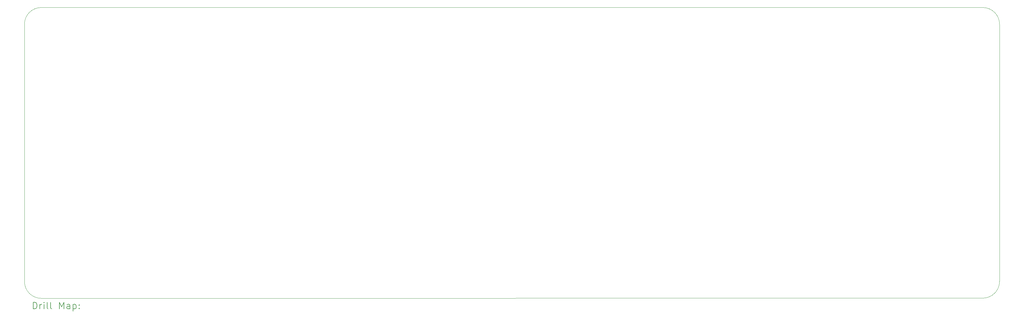
<source format=gbr>
%TF.GenerationSoftware,KiCad,Pcbnew,8.0.4*%
%TF.CreationDate,2024-10-07T12:43:49-04:00*%
%TF.ProjectId,Signal_Processing_Board,5369676e-616c-45f5-9072-6f6365737369,rev?*%
%TF.SameCoordinates,Original*%
%TF.FileFunction,Drillmap*%
%TF.FilePolarity,Positive*%
%FSLAX45Y45*%
G04 Gerber Fmt 4.5, Leading zero omitted, Abs format (unit mm)*
G04 Created by KiCad (PCBNEW 8.0.4) date 2024-10-07 12:43:49*
%MOMM*%
%LPD*%
G01*
G04 APERTURE LIST*
%ADD10C,0.050000*%
%ADD11C,0.200000*%
G04 APERTURE END LIST*
D10*
X36670000Y-10350000D02*
X36670000Y-18020000D01*
X8122000Y-18525000D02*
G75*
G02*
X7622000Y-18025000I0J500000D01*
G01*
X36670000Y-18020000D02*
G75*
G02*
X36170000Y-18520000I-500000J0D01*
G01*
X7622000Y-10350000D02*
G75*
G02*
X8122000Y-9850000I500000J0D01*
G01*
X8122000Y-9850000D02*
X36170000Y-9850000D01*
X36170000Y-18520000D02*
X8122000Y-18525000D01*
X7622000Y-18025000D02*
X7622000Y-10350000D01*
X36170000Y-9850000D02*
G75*
G02*
X36670000Y-10350000I0J-500000D01*
G01*
D11*
X7880277Y-18838984D02*
X7880277Y-18638984D01*
X7880277Y-18638984D02*
X7927896Y-18638984D01*
X7927896Y-18638984D02*
X7956467Y-18648508D01*
X7956467Y-18648508D02*
X7975515Y-18667555D01*
X7975515Y-18667555D02*
X7985039Y-18686603D01*
X7985039Y-18686603D02*
X7994562Y-18724698D01*
X7994562Y-18724698D02*
X7994562Y-18753270D01*
X7994562Y-18753270D02*
X7985039Y-18791365D01*
X7985039Y-18791365D02*
X7975515Y-18810412D01*
X7975515Y-18810412D02*
X7956467Y-18829460D01*
X7956467Y-18829460D02*
X7927896Y-18838984D01*
X7927896Y-18838984D02*
X7880277Y-18838984D01*
X8080277Y-18838984D02*
X8080277Y-18705650D01*
X8080277Y-18743746D02*
X8089801Y-18724698D01*
X8089801Y-18724698D02*
X8099324Y-18715174D01*
X8099324Y-18715174D02*
X8118372Y-18705650D01*
X8118372Y-18705650D02*
X8137420Y-18705650D01*
X8204086Y-18838984D02*
X8204086Y-18705650D01*
X8204086Y-18638984D02*
X8194562Y-18648508D01*
X8194562Y-18648508D02*
X8204086Y-18658031D01*
X8204086Y-18658031D02*
X8213610Y-18648508D01*
X8213610Y-18648508D02*
X8204086Y-18638984D01*
X8204086Y-18638984D02*
X8204086Y-18658031D01*
X8327896Y-18838984D02*
X8308848Y-18829460D01*
X8308848Y-18829460D02*
X8299324Y-18810412D01*
X8299324Y-18810412D02*
X8299324Y-18638984D01*
X8432658Y-18838984D02*
X8413610Y-18829460D01*
X8413610Y-18829460D02*
X8404086Y-18810412D01*
X8404086Y-18810412D02*
X8404086Y-18638984D01*
X8661229Y-18838984D02*
X8661229Y-18638984D01*
X8661229Y-18638984D02*
X8727896Y-18781841D01*
X8727896Y-18781841D02*
X8794563Y-18638984D01*
X8794563Y-18638984D02*
X8794563Y-18838984D01*
X8975515Y-18838984D02*
X8975515Y-18734222D01*
X8975515Y-18734222D02*
X8965991Y-18715174D01*
X8965991Y-18715174D02*
X8946944Y-18705650D01*
X8946944Y-18705650D02*
X8908848Y-18705650D01*
X8908848Y-18705650D02*
X8889801Y-18715174D01*
X8975515Y-18829460D02*
X8956467Y-18838984D01*
X8956467Y-18838984D02*
X8908848Y-18838984D01*
X8908848Y-18838984D02*
X8889801Y-18829460D01*
X8889801Y-18829460D02*
X8880277Y-18810412D01*
X8880277Y-18810412D02*
X8880277Y-18791365D01*
X8880277Y-18791365D02*
X8889801Y-18772317D01*
X8889801Y-18772317D02*
X8908848Y-18762793D01*
X8908848Y-18762793D02*
X8956467Y-18762793D01*
X8956467Y-18762793D02*
X8975515Y-18753270D01*
X9070753Y-18705650D02*
X9070753Y-18905650D01*
X9070753Y-18715174D02*
X9089801Y-18705650D01*
X9089801Y-18705650D02*
X9127896Y-18705650D01*
X9127896Y-18705650D02*
X9146944Y-18715174D01*
X9146944Y-18715174D02*
X9156467Y-18724698D01*
X9156467Y-18724698D02*
X9165991Y-18743746D01*
X9165991Y-18743746D02*
X9165991Y-18800889D01*
X9165991Y-18800889D02*
X9156467Y-18819936D01*
X9156467Y-18819936D02*
X9146944Y-18829460D01*
X9146944Y-18829460D02*
X9127896Y-18838984D01*
X9127896Y-18838984D02*
X9089801Y-18838984D01*
X9089801Y-18838984D02*
X9070753Y-18829460D01*
X9251705Y-18819936D02*
X9261229Y-18829460D01*
X9261229Y-18829460D02*
X9251705Y-18838984D01*
X9251705Y-18838984D02*
X9242182Y-18829460D01*
X9242182Y-18829460D02*
X9251705Y-18819936D01*
X9251705Y-18819936D02*
X9251705Y-18838984D01*
X9251705Y-18715174D02*
X9261229Y-18724698D01*
X9261229Y-18724698D02*
X9251705Y-18734222D01*
X9251705Y-18734222D02*
X9242182Y-18724698D01*
X9242182Y-18724698D02*
X9251705Y-18715174D01*
X9251705Y-18715174D02*
X9251705Y-18734222D01*
M02*

</source>
